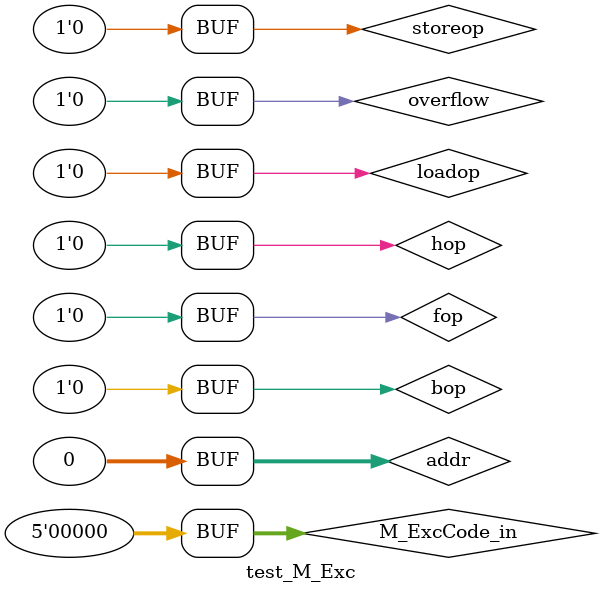
<source format=v>
`timescale 1ns / 1ps


module test_M_Exc;

	// Inputs
	reg [6:2] M_ExcCode_in;
	reg bop;
	reg hop;
	reg fop;
	reg loadop;
	reg storeop;
	reg [31:0] addr;
	reg overflow;

	// Outputs
	wire [6:2] M_ExcCode_out;

	// Instantiate the Unit Under Test (UUT)
	M_Exc uut (
		.M_ExcCode_in(M_ExcCode_in), 
		.bop(bop), 
		.hop(hop), 
		.fop(fop), 
		.loadop(loadop), 
		.storeop(storeop), 
		.addr(addr), 
		.overflow(overflow), 
		.M_ExcCode_out(M_ExcCode_out)
	);

	initial begin
		// Initialize Inputs
		M_ExcCode_in = 0;
		bop = 0;
		hop = 0;
		fop = 0;
		loadop = 0;
		storeop = 0;
		addr = 0;
		overflow = 0;

		// Wait 100 ns for global reset to finish
		#100;
        
		// Add stimulus here

	end
      
endmodule


</source>
